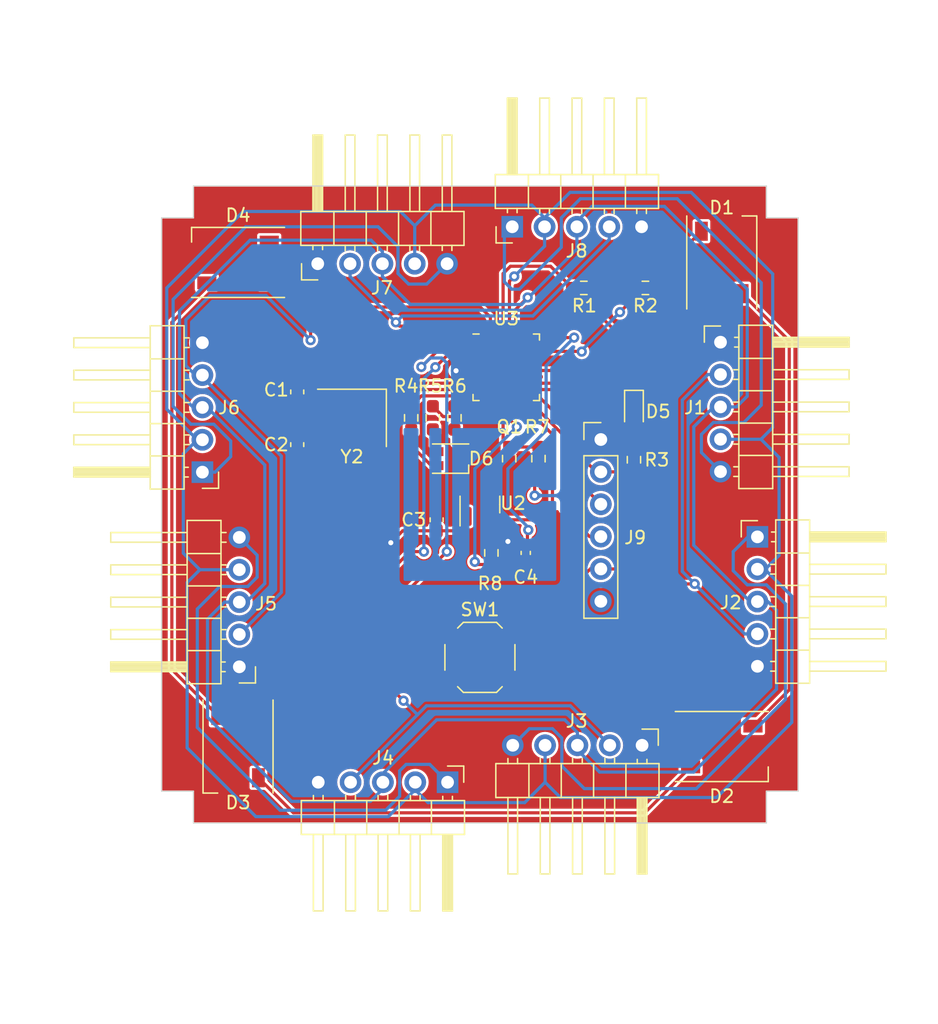
<source format=kicad_pcb>
(kicad_pcb (version 20221018) (generator pcbnew)
  (layers (0 "F.Cu" signal) (31 "B.Cu" signal) (34 "B.Paste" user) (35 "F.Paste" user) (36 "B.SilkS" user "B.Silkscreen") (37 "F.SilkS" user "F.Silkscreen") (38 "B.Mask" user) (39 "F.Mask" user) (44 "Edge.Cuts" user))
  (net 0 "")
  (net 1 "GND")
  (net 2 "Net-(D1-DIN)")
  (net 3 "+5V")
  (net 4 "Net-(D1-DOUT)")
  (net 5 "Net-(D2-DOUT)")
  (net 6 "Net-(D3-DOUT)")
  (net 8 "/SDA")
  (net 9 "/SCL")
  (net 10 "/SCK")
  (net 11 "/MISO")
  (net 12 "/MOSI")
  (net 13 "/RESET")
  (net 14 "/DIN")
  (net 15 "/MAG")
  (net 16 "/DETEC0")
  (net 17 "/DETEC1")
  (net 18 "/DETEC2")
  (net 19 "/DETEC3")
  (net 20 "Net-(D5-A)")
  (net 21 "Net-(U3-XTAL1{slash}PB6)")
  (net 22 "Net-(U3-XTAL2{slash}PB7)")
  (net 28 "Net-(D6-RK)")
  (net 29 "Net-(D6-GK)")
  (net 30 "Net-(D6-BK)")
  (net 31 "/COLOR_SENSOR")
  (net 32 "/EMIT0")
  (net 33 "/EMIT1")
  (net 34 "/EMIT2")
  (net 35 "/TOUCH_SNSK")
  (net 36 "/TOUCH_SNS")
  (net 37 "/TOUCH_ELECTRODE")
  (footprint "LED_SMD:LED_SK6812_PLCC4_5.0x5.0mm_P3.2mm" (layer "F.Cu") (at 81 81 180)
    (fp_text reference "D4")
    (fp_text value "SK6812")
  )
  (footprint "Resistor_SMD:R_0603_1608Metric_Pad0.98x0.95mm_HandSolder" (layer "F.Cu") (at 108.1625 83)
    (fp_text reference "R1")
    (fp_text value "10kOhm")
  )
  (footprint "Connector_PinHeader_2.54mm:PinHeader_1x05_P2.54mm_Horizontal" (layer "F.Cu") (at 97.46 121.8 -90)
    (fp_text reference "J4")
    (fp_text value "Conn_01x05_Pin")
  )
  (footprint "Capacitor_SMD:C_0402_1005Metric_Pad0.74x0.62mm_HandSolder" (layer "F.Cu") (at 103.6 103.8 90)
    (fp_text reference "C4")
    (fp_text value "C")
  )
  (footprint "Package_TO_SOT_SMD:SOT-23" (layer "F.Cu") (at 100 100 90)
    (fp_text reference "U2")
    (fp_text value "DRV5055A2xDBZxQ1")
  )
  (footprint "Resistor_SMD:R_0603_1608Metric_Pad0.98x0.95mm_HandSolder" (layer "F.Cu") (at 104.6 96.4 90)
    (fp_text reference "R7")
    (fp_text value "R")
  )
  (footprint "Connector_PinHeader_2.54mm:PinHeader_1x06_P2.54mm_Vertical" (layer "F.Cu") (at 109.5 94.9)
    (fp_text reference "J9")
    (fp_text value "Conn_01x06_Pin")
  )
  (footprint "LED_SMD:LED_WS2812B-2020_PLCC4_2.0x2.0mm" (layer "F.Cu") (at 97.7 96.4 180)
    (fp_text reference "D6")
    (fp_text value "LED_ARGB")
  )
  (footprint "Resistor_SMD:R_0603_1608Metric_Pad0.98x0.95mm_HandSolder" (layer "F.Cu") (at 96.3 93.2 -90)
    (fp_text reference "R5")
    (fp_text value "R")
  )
  (footprint "LED_SMD:LED_SK6812_PLCC4_5.0x5.0mm_P3.2mm" (layer "F.Cu") (at 119 81 90)
    (fp_text reference "D1")
    (fp_text value "SK6812")
  )
  (footprint "Resistor_SMD:R_0603_1608Metric_Pad0.98x0.95mm_HandSolder" (layer "F.Cu") (at 102.3 96.4 90)
    (fp_text reference "Q1")
    (fp_text value "Q_Photo_NPN_EC")
  )
  (footprint "Button_Switch_SMD:SW_Push_1P1T_XKB_TS-1187A" (layer "F.Cu") (at 100 112)
    (fp_text reference "SW1")
    (fp_text value "SW_DIP_x01")
  )
  (footprint "Capacitor_SMD:C_0603_1608Metric_Pad1.08x0.95mm_HandSolder" (layer "F.Cu") (at 96.6 101.2 90)
    (fp_text reference "C3")
    (fp_text value "12pf")
  )
  (footprint "Connector_PinHeader_2.54mm:PinHeader_1x05_P2.54mm_Horizontal" (layer "F.Cu") (at 102.54 78.2 90)
    (fp_text reference "J8")
    (fp_text value "Conn_01x05_Pin")
  )
  (footprint "Package_DFN_QFN:QFN-32-1EP_5x5mm_P0.5mm_EP3.1x3.1mm" (layer "F.Cu") (at 102.07 89.23)
    (fp_text reference "U3")
    (fp_text value "ATmega328-M")
  )
  (footprint "Capacitor_SMD:C_0603_1608Metric_Pad1.08x0.95mm_HandSolder" (layer "F.Cu") (at 85.65 91.1625 -90)
    (fp_text reference "C1")
    (fp_text value "12pf")
  )
  (footprint "Crystal:Crystal_SMD_3225-4Pin_3.2x2.5mm_HandSoldering" (layer "F.Cu") (at 89.95 93.2 180)
    (fp_text reference "Y2")
    (fp_text value "Crystal_GND24")
  )
  (footprint "Connector_PinHeader_2.54mm:PinHeader_1x05_P2.54mm_Horizontal" (layer "F.Cu") (at 121.8 102.54)
    (fp_text reference "J2")
    (fp_text value "Conn_01x05_Pin")
  )
  (footprint "Connector_PinHeader_2.54mm:PinHeader_1x05_P2.54mm_Horizontal" (layer "F.Cu") (at 81.1 112.74 180)
    (fp_text reference "J5")
    (fp_text value "Conn_01x05_Pin")
  )
  (footprint "Resistor_SMD:R_0603_1608Metric_Pad0.98x0.95mm_HandSolder" (layer "F.Cu") (at 113 83)
    (fp_text reference "R2")
    (fp_text value "R")
  )
  (footprint "LED_SMD:LED_0603_1608Metric_Pad1.05x0.95mm_HandSolder" (layer "F.Cu") (at 112.1 92.7 -90)
    (fp_text reference "D5")
    (fp_text value "LED")
  )
  (footprint "LED_SMD:LED_SK6812_PLCC4_5.0x5.0mm_P3.2mm" (layer "F.Cu") (at 119 119)
    (fp_text reference "D2")
    (fp_text value "SK6812")
  )
  (footprint "Resistor_SMD:R_0603_1608Metric_Pad0.98x0.95mm_HandSolder" (layer "F.Cu") (at 98 93.2 -90)
    (fp_text reference "R6")
    (fp_text value "R")
  )
  (footprint "LED_SMD:LED_SK6812_PLCC4_5.0x5.0mm_P3.2mm" (layer "F.Cu") (at 81 119 -90)
    (fp_text reference "D3")
    (fp_text value "SK6812")
  )
  (footprint "Connector_PinHeader_2.54mm:PinHeader_1x05_P2.54mm_Horizontal" (layer "F.Cu") (at 118.9 87.26)
    (fp_text reference "J1")
    (fp_text value "Conn_01x05_Pin")
  )
  (footprint "Connector_PinHeader_2.54mm:PinHeader_1x05_P2.54mm_Horizontal" (layer "F.Cu") (at 78.2 97.46 180)
    (fp_text reference "J6")
    (fp_text value "Conn_01x05_Pin")
  )
  (footprint "Resistor_SMD:R_0603_1608Metric_Pad0.98x0.95mm_HandSolder" (layer "F.Cu") (at 100.9 103.8 90)
    (fp_text reference "R8")
    (fp_text value "R")
  )
  (footprint "Connector_PinHeader_2.54mm:PinHeader_1x05_P2.54mm_Horizontal" (layer "F.Cu") (at 87.26 81.1 90)
    (fp_text reference "J7")
    (fp_text value "Conn_01x05_Pin")
  )
  (footprint "Connector_PinHeader_2.54mm:PinHeader_1x05_P2.54mm_Horizontal" (layer "F.Cu") (at 112.74 118.9 -90)
    (fp_text reference "J3")
    (fp_text value "Conn_01x05_Pin")
  )
  (footprint "Resistor_SMD:R_0603_1608Metric_Pad0.98x0.95mm_HandSolder" (layer "F.Cu") (at 94.6 93.2 90)
    (fp_text reference "R4")
    (fp_text value "R")
  )
  (footprint "Capacitor_SMD:C_0603_1608Metric_Pad1.08x0.95mm_HandSolder" (layer "F.Cu") (at 85.65 95.3 90)
    (fp_text reference "C2")
    (fp_text value "12pf")
  )
  (footprint "Resistor_SMD:R_0603_1608Metric_Pad0.98x0.95mm_HandSolder" (layer "F.Cu") (at 112.1 96.4875 90)
    (fp_text reference "R3")
    (fp_text value "150 Ohm")
  )
  (gr_line (start 77.5 122.5) (end 77.5 125) (stroke (width 0.1)) (layer "Edge.Cuts"))
  (gr_line (start 122.5 77.5) (end 125 77.5) (stroke (width 0.1)) (layer "Edge.Cuts"))
  (gr_line (start 75 77.5) (end 75 122.5) (stroke (width 0.1)) (layer "Edge.Cuts"))
  (gr_line (start 122.5 122.5) (end 122.5 125) (stroke (width 0.1)) (layer "Edge.Cuts"))
  (gr_line (start 125 122.5) (end 122.5 122.5) (stroke (width 0.1)) (layer "Edge.Cuts"))
  (gr_line (start 125 77.5) (end 125 122.5) (stroke (width 0.1)) (layer "Edge.Cuts"))
  (gr_line (start 75 122.5) (end 77.5 122.5) (stroke (width 0.1)) (layer "Edge.Cuts"))
  (gr_line (start 75 77.5) (end 77.5 77.5) (stroke (width 0.1)) (layer "Edge.Cuts"))
  (gr_line (start 77.5 125) (end 122.5 125) (stroke (width 0.1)) (layer "Edge.Cuts"))
  (gr_line (start 122.5 75) (end 122.5 77.5) (stroke (width 0.1)) (layer "Edge.Cuts"))
  (gr_line (start 122.5 75) (end 77.5 75) (stroke (width 0.1)) (layer "Edge.Cuts"))
  (gr_line (start 77.5 77.5) (end 77.5 75) (stroke (width 0.1)) (layer "Edge.Cuts"))
  (segment (start 85.65 94.4375) (end 85.7125 94.5) (width 0.25) (layer "F.Cu") (net 1))
  (segment (start 91 94.35) (end 91.4 94.35) (width 0.25) (layer "F.Cu") (net 1))
  (segment (start 88.7 92.05) (end 91 94.35) (width 0.25) (layer "F.Cu") (net 1))
  (segment (start 88.5 92.05) (end 88.7 92.05) (width 0.25) (layer "F.Cu") (net 1))
  (segment (start 93.565 79.765) (end 92 78.2) (width 0.25) (layer "B.Cu") (net 1))
  (segment (start 122.1 92.2) (end 122.1 82.6) (width 0.25) (layer "B.Cu") (net 1))
  (segment (start 108.2 122.3) (end 117 122.3) (width 0.25) (layer "B.Cu") (net 1))
  (segment (start 107.893794 76) (end 106.395 77.498794) (width 0.25) (layer "B.Cu") (net 1))
  (segment (start 82.5 105.7) (end 81.765 106.435) (width 0.25) (layer "B.Cu") (net 1))
  (segment (start 81.1 102.58) (end 82.5 103.98) (width 0.25) (layer "B.Cu") (net 1))
  (segment (start 96.06 120.4) (end 97.46 121.8) (width 0.25) (layer "B.Cu") (net 1))
  (segment (start 120.735 93.565) (end 122.1 92.2) (width 0.25) (layer "B.Cu") (net 1))
  (segment (start 106.435 120.535) (end 108.2 122.3) (width 0.25) (layer "B.Cu") (net 1))
  (segment (start 92.592894 124) (end 93.695 122.897894) (width 0.25) (layer "B.Cu") (net 1))
  (segment (start 124 107.8) (end 122.505 106.305) (width 0.25) (layer "B.Cu") (net 1))
  (segment (start 101.922655 82.522655) (end 101.922655 78.817345) (width 0.25) (layer "B.Cu") (net 1))
  (segment (start 122.1 82.6) (end 115.5 76) (width 0.25) (layer "B.Cu") (net 1))
  (segment (start 103.1 83.1) (end 102.5 83.1) (width 0.25) (layer "B.Cu") (net 1))
  (segment (start 75.9 92.3) (end 77.295 93.695) (width 0.25) (layer "B.Cu") (net 1))
  (segment (start 106.395 79.805) (end 103.1 83.1) (width 0.25) (layer "B.Cu") (net 1))
  (segment (start 115.5 76) (end 107.893794 76) (width 0.25) (layer "B.Cu") (net 1))
  (segment (start 97.42 81.1) (end 95.82 82.7) (width 0.25) (layer "B.Cu") (net 1))
  (segment (start 119.9 103.7) (end 121.06 102.54) (width 0.25) (layer "B.Cu") (net 1))
  (segment (start 84.3 124) (end 92.592894 124) (width 0.25) (layer "B.Cu") (net 1))
  (segment (start 117.4 95.92) (end 117.4 94.5) (width 0.25) (layer "B.Cu") (net 1))
  (segment (start 80.425 96.235) (end 79.2 97.46) (width 0.25) (layer "B.Cu") (net 1))
  (segment (start 102.58 118.9) (end 103.88 117.6) (width 0.25) (layer "B.Cu") (net 1))
  (segment (start 103.88 117.6) (end 105.7 117.6) (width 0.25) (layer "B.Cu") (net 1))
  (segment (start 82.5 103.98) (end 82.5 105.7) (width 0.25) (layer "B.Cu") (net 1))
  (segment (start 93.565 81.865) (end 93.565 79.765) (width 0.25) (layer "B.Cu") (net 1))
  (segment (start 93.695 122.897894) (end 93.695 120.905) (width 0.25) (layer "B.Cu") (net 1))
  (segment (start 118.9 97.42) (end 117.4 95.92) (width 0.25) (layer "B.Cu") (net 1))
  (segment (start 94.4 82.7) (end 93.565 81.865) (width 0.25) (layer "B.Cu") (net 1))
  (segment (start 102.5 83.1) (end 101.922655 82.522655) (width 0.25) (layer "B.Cu") (net 1))
  (segment (start 77.295 93.695) (end 79.095 93.695) (width 0.25) (layer "B.Cu") (net 1))
  (segment (start 117 122.3) (end 124 115.3) (width 0.25) (layer "B.Cu") (net 1))
  (segment (start 77.8 117.5) (end 84.3 124) (width 0.25) (layer "B.Cu") (net 1))
  (segment (start 105.7 117.6) (end 106.435 118.335) (width 0.25) (layer "B.Cu") (net 1))
  (segment (start 79.2 97.46) (end 78.2 97.46) (width 0.25) (layer "B.Cu") (net 1))
  (segment (start 94.2 120.4) (end 96.06 120.4) (width 0.25) (layer "B.Cu") (net 1))
  (segment (start 81.6 78.2) (end 75.9 83.9) (width 0.25) (layer "B.Cu") (net 1))
  (segment (start 106.435 118.335) (end 106.435 120.535) (width 0.25) (layer "B.Cu") (net 1))
  (segment (start 93.695 120.905) (end 94.2 120.4) (width 0.25) (layer "B.Cu") (net 1))
  (segment (start 81.765 106.435) (end 79.565 106.435) (width 0.25) (layer "B.Cu") (net 1))
  (segment (start 95.82 82.7) (end 94.4 82.7) (width 0.25) (layer "B.Cu") (net 1))
  (segment (start 124 115.3) (end 124 107.8) (width 0.25) (layer "B.Cu") (net 1))
  (segment (start 79.095 93.695) (end 80.425 95.025) (width 0.25) (layer "B.Cu") (net 1))
  (segment (start 119.9 105.2) (end 119.9 103.7) (width 0.25) (layer "B.Cu") (net 1))
  (segment (start 77.8 108.2) (end 77.8 117.5) (width 0.25) (layer "B.Cu") (net 1))
  (segment (start 80.425 95.025) (end 80.425 96.235) (width 0.25) (layer "B.Cu") (net 1))
  (segment (start 101.922655 78.817345) (end 102.54 78.2) (width 0.25) (layer "B.Cu") (net 1))
  (segment (start 118.335 93.565) (end 120.735 93.565) (width 0.25) (layer "B.Cu") (net 1))
  (segment (start 121.06 102.54) (end 121.8 102.54) (width 0.25) (layer "B.Cu") (net 1))
  (segment (start 92 78.2) (end 81.6 78.2) (width 0.25) (layer "B.Cu") (net 1))
  (segment (start 106.395 77.498794) (end 106.395 79.805) (width 0.25) (layer "B.Cu") (net 1))
  (segment (start 122.505 106.305) (end 121.005 106.305) (width 0.25) (layer "B.Cu") (net 1))
  (segment (start 75.9 83.9) (end 75.9 92.3) (width 0.25) (layer "B.Cu") (net 1))
  (segment (start 117.4 94.5) (end 118.335 93.565) (width 0.25) (layer "B.Cu") (net 1))
  (segment (start 121.005 106.305) (end 119.9 105.2) (width 0.25) (layer "B.Cu") (net 1))
  (segment (start 79.565 106.435) (end 77.8 108.2) (width 0.25) (layer "B.Cu") (net 1))
  (segment (start 113.9125 83) (end 113.9125 82.0375) (width 0.25) (layer "F.Cu") (net 2))
  (segment (start 113.9125 82.0375) (end 117.4 78.55) (width 0.25) (layer "F.Cu") (net 2))
  (segment (start 109.3 83) (end 109.075 83) (width 0.5) (layer "F.Cu") (net 3))
  (segment (start 82.6 114.24) (end 81.1 112.74) (width 0.25) (layer "F.Cu") (net 3))
  (segment (start 106.98 89.48) (end 104.5075 89.48) (width 0.25) (layer "F.Cu") (net 3))
  (segment (start 117.4 83.45) (end 117.4 85.76) (width 0.25) (layer "F.Cu") (net 3))
  (segment (start 104.5075 90.48) (end 106.92 90.48) (width 0.25) (layer "F.Cu") (net 3))
  (segment (start 93.9375 102.0625) (end 96.6 102.0625) (width 0.25) (layer "F.Cu") (net 3))
  (segment (start 106.92 90.48) (end 107.4 90) (width 0.25) (layer "F.Cu") (net 3))
  (segment (start 107.4 89.9) (end 106.98 89.48) (width 0.25) (layer "F.Cu") (net 3))
  (segment (start 117.4 85.76) (end 118.9 87.26) (width 0.25) (layer "F.Cu") (net 3))
  (segment (start 116.55 117.4) (end 114.24 117.4) (width 0.25) (layer "F.Cu") (net 3))
  (segment (start 107.4 90) (end 107.4 89.9) (width 0.25) (layer "F.Cu") (net 3))
  (segment (start 99.146992 88.98) (end 98.626992 89.5) (width 0.25) (layer "F.Cu") (net 3))
  (segment (start 109.5 92) (end 107.4 89.9) (width 0.25) (layer "F.Cu") (net 3))
  (segment (start 99.6325 89.98) (end 99.106992 89.98) (width 0.25) (layer "F.Cu") (net 3))
  (segment (start 86.76 82.6) (end 87.26 82.1) (width 0.25) (layer "F.Cu") (net 3))
  (segment (start 99.6325 88.98) (end 99.146992 88.98) (width 0.25) (layer "F.Cu") (net 3))
  (segment (start 93 103) (end 93.9375 102.0625) (width 0.25) (layer "F.Cu") (net 3))
  (segment (start 83.45 82.6) (end 86.76 82.6) (width 0.25) (layer "F.Cu") (net 3))
  (segment (start 98.626992 89.5) (end 98.1245 89.5) (width 0.25) (layer "F.Cu") (net 3))
  (segment (start 112.7 79.6) (end 109.3 83) (width 0.25) (layer "F.Cu") (net 3))
  (segment (start 97.925 102.0625) (end 99.05 100.9375) (width 0.25) (layer "F.Cu") (net 3))
  (segment (start 87.26 82.1) (end 87.26 81.1) (width 0.25) (layer "F.Cu") (net 3))
  (segment (start 98.615 100.5025) (end 99.05 100.9375) (width 0.25) (layer "F.Cu") (net 3))
  (segment (start 104.6 97.3125) (end 104.3 97.6125) (width 0.25) (layer "F.Cu") (net 3))
  (segment (start 112.7 79.6) (end 112.7 78.2) (width 0.25) (layer "F.Cu") (net 3))
  (segment (start 96.6 102.0625) (end 97.925 102.0625) (width 0.25) (layer "F.Cu") (net 3))
  (segment (start 99.106992 89.98) (end 98.626992 89.5) (width 0.25) (layer "F.Cu") (net 3))
  (segment (start 104.3 97.6125) (end 104.3 99.3) (width 0.25) (layer "F.Cu") (net 3))
  (segment (start 82.6 116.55) (end 82.6 114.24) (width 0.25) (layer "F.Cu") (net 3))
  (segment (start 98.615 96.95) (end 98.615 100.5025) (width 0.25) (layer "F.Cu") (net 3))
  (segment (start 114.24 117.4) (end 112.74 118.9) (width 0.25) (layer "F.Cu") (net 3))
  (segment (start 109.5 92) (end 109.5 94.9) (width 0.25) (layer "F.Cu") (net 3))
  (via (at 104.3 99.3) (size 0.8) (drill 0.4) (layers "F.Cu" "B.Cu") (net 3))
  (via (at 98.1245 89.5) (size 0.8) (drill 0.4) (layers "F.Cu" "B.Cu") (net 3))
  (via (at 93 103) (size 0.8) (drill 0.4) (layers "F.Cu" "B.Cu") (net 3))
  (segment (start 104.3 99.3) (end 106.4 99.3) (width 0.25) (layer "B.Cu") (net 3))
  (segment (start 124.3 87.15) (end 120.6 83.45) (width 0.25) (layer "F.Cu") (net 4))
  (segment (start 121.45 117.4) (end 124.3 114.55) (width 0.25) (layer "F.Cu") (net 4))
  (segment (start 124.3 114.55) (end 124.3 87.15) (width 0.25) (layer "F.Cu") (net 4))
  (segment (start 82.6 121.45) (end 85.35 124.2) (width 0.25) (layer "F.Cu") (net 5))
  (segment (start 112.95 124.2) (end 116.55 120.6) (width 0.25) (layer "F.Cu") (net 5))
  (segment (start 85.35 124.2) (end 112.95 124.2) (width 0.25) (layer "F.Cu") (net 5))
  (segment (start 75.8 85.7) (end 75.8 112.95) (width 0.25) (layer "F.Cu") (net 6))
  (segment (start 78.55 82.95) (end 75.8 85.7) (width 0.25) (layer "F.Cu") (net 6))
  (segment (start 78.55 82.6) (end 78.55 82.95) (width 0.25) (layer "F.Cu") (net 6))
  (segment (start 75.8 112.95) (end 79.4 116.55) (width 0.25) (layer "F.Cu") (net 6))
  (segment (start 102.82 84.68) (end 103.75 83.75) (width 0.25) (layer "F.Cu") (net 8))
  (segment (start 102.82 86.7925) (end 102.82 84.68) (width 0.25) (layer "F.Cu") (net 8))
  (via (at 103.75 83.75) (size 0.8) (drill 0.4) (layers "F.Cu" "B.Cu") (net 8))
  (segment (start 83.1 96.9) (end 83.1 106.2) (width 0.25) (layer "B.Cu") (net 8))
  (segment (start 116.8 121) (end 123.3 114.5) (width 0.25) (layer "B.Cu") (net 8))
  (segment (start 92.38 122.32) (end 92.38 121.12) (width 0.25) (layer "B.Cu") (net 8))
  (segment (start 107.66 119.26) (end 109.4 121) (width 0.25) (layer "B.Cu") (net 8))
  (segment (start 78.58 92.38) (end 83.1 96.9) (width 0.25) (layer "B.Cu") (net 8))
  (segment (start 92.34 82.1) (end 92.34 80.14) (width 0.25) (layer "B.Cu") (net 8))
  (segment (start 121.22 107.62) (end 116.8 103.2) (width 0.25) (layer "B.Cu") (net 8))
  (segment (start 116.8 93.9) (end 118.36 92.34) (width 0.25) (layer "B.Cu") (net 8))
  (segment (start 123.3 114.5) (end 123.3 108.3) (width 0.25) (layer "B.Cu") (net 8))
  (segment (start 85.2 123.3) (end 91.4 123.3) (width 0.25) (layer "B.Cu") (net 8))
  (segment (start 120.16 92.34) (end 121 91.5) (width 0.25) (layer "B.Cu") (net 8))
  (segment (start 83.1 106.2) (end 81.64 107.66) (width 0.25) (layer "B.Cu") (net 8))
  (segment (start 77.48 92.38) (end 78.58 92.38) (width 0.25) (layer "B.Cu") (net 8))
  (segment (start 122.62 107.62) (end 121.22 107.62) (width 0.25) (layer "B.Cu") (net 8))
  (segment (start 123.3 108.3) (end 122.62 107.62) (width 0.25) (layer "B.Cu") (net 8))
  (segment (start 118.36 92.34) (end 120.16 92.34) (width 0.25) (layer "B.Cu") (net 8))
  (segment (start 81.1 107.66) (end 79.94 107.66) (width 0.25) (layer "B.Cu") (net 8))
  (segment (start 76.4 91.3) (end 77.48 92.38) (width 0.25) (layer "B.Cu") (net 8))
  (segment (start 108.8 76.6) (end 107.62 77.78) (width 0.25) (layer "B.Cu") (net 8))
  (segment (start 103.823147 83.75) (end 103.75 83.75) (width 0.25) (layer "B.Cu") (net 8))
  (segment (start 107.62 77.78) (end 107.62 79.953147) (width 0.25) (layer "B.Cu") (net 8))
  (segment (start 103.273147 84.3) (end 94.54 84.3) (width 0.25) (layer "B.Cu") (net 8))
  (segment (start 92.34 80.14) (end 91.449999 79.249999) (width 0.25) (layer "B.Cu") (net 8))
  (segment (start 76.4 84.8) (end 76.4 91.3) (width 0.25) (layer "B.Cu") (net 8))
  (segment (start 121 91.5) (end 121 83.1) (width 0.25) (layer "B.Cu") (net 8))
  (segment (start 116.8 103.2) (end 116.8 93.9) (width 0.25) (layer "B.Cu") (net 8))
  (segment (start 107.66 117.9) (end 107.66 119.26) (width 0.25) (layer "B.Cu") (net 8))
  (segment (start 106.66 116.9) (end 107.66 117.9) (width 0.25) (layer "B.Cu") (net 8))
  (segment (start 114.5 76.6) (end 108.8 76.6) (width 0.25) (layer "B.Cu") (net 8))
  (segment (start 94.54 84.3) (end 92.34 82.1) (width 0.25) (layer "B.Cu") (net 8))
  (segment (start 109.4 121) (end 116.8 121) (width 0.25) (layer "B.Cu") (net 8))
  (segment (start 103.75 83.75) (end 103.75 83.823147) (width 0.25) (layer "B.Cu") (net 8))
  (segment (start 92.38 121.12) (end 96.6 116.9) (width 0.25) (layer "B.Cu") (net 8))
  (segment (start 91.449999 79.249999) (end 81.950001 79.249999) (width 0.25) (layer "B.Cu") (net 8))
  (segment (start 78.6 116.7) (end 85.2 123.3) (width 0.25) (layer "B.Cu") (net 8))
  (segment (start 79.94 107.66) (end 78.6 109) (width 0.25) (layer "B.Cu") (net 8))
  (segment (start 81.950001 79.249999) (end 76.4 84.8) (width 0.25) (layer "B.Cu") (net 8))
  (segment (start 91.4 123.3) (end 92.38 122.32) (width 0.25) (layer "B.Cu") (net 8))
  (segment (start 107.62 79.953147) (end 103.823147 83.75) (width 0.25) (layer "B.Cu") (net 8))
  (segment (start 78.6 109) (end 78.6 116.7) (width 0.25) (layer "B.Cu") (net 8))
  (segment (start 81.64 107.66) (end 81.1 107.66) (width 0.25) (layer "B.Cu") (net 8))
  (segment (start 103.75 83.823147) (end 103.273147 84.3) (width 0.25) (layer "B.Cu") (net 8))
  (segment (start 96.6 116.9) (end 106.66 116.9) (width 0.25) (layer "B.Cu") (net 8))
  (segment (start 121 83.1) (end 114.5 76.6) (width 0.25) (layer "B.Cu") (net 8))
  (segment (start 102.32 82.47531) (end 102.697655 82.097655) (width 0.25) (layer "F.Cu") (net 9))
  (segment (start 102.32 86.7925) (end 102.32 82.47531) (width 0.25) (layer "F.Cu") (net 9))
  (via (at 102.697655 82.097655) (size 0.8) (drill 0.4) (layers "F.Cu" "B.Cu") (net 9))
  (segment (start 75.4 92.52) (end 75.4 83) (width 0.25) (layer "B.Cu") (net 9))
  (segment (start 123.5 96.3) (end 123.5 104) (width 0.25) (layer "B.Cu") (net 9))
  (segment (start 122.4 105.1) (end 121.82 105.1) (width 0.25) (layer "B.Cu") (net 9))
  (segment (start 116.6 75.5) (end 107.08 75.5) (width 0.25) (layer "B.Cu") (net 9))
  (segment (start 94.88 78.12) (end 94.88 81.1) (width 0.25) (layer "B.Cu") (net 9))
  (segment (start 92.8 124.5) (end 94.92 122.38) (width 0.25) (layer "B.Cu") (net 9))
  (segment (start 103.52 123.4) (end 105.12 121.8) (width 0.25) (layer "B.Cu") (net 9))
  (segment (start 77 106.12) (end 77 119.1) (width 0.25) (layer "B.Cu") (net 9))
  (segment (start 124.5 107.2) (end 122.4 105.1) (width 0.25) (layer "B.Cu") (net 9))
  (segment (start 94.92 122.4) (end 95.92 123.4) (width 0.25) (layer "B.Cu") (net 9))
  (segment (start 105.08 77.5) (end 104.08 76.5) (width 0.25) (layer "B.Cu") (net 9))
  (segment (start 105.12 118.9) (end 105.12 121.8) (width 0.25) (layer "B.Cu") (net 9))
  (segment (start 77 119.1) (end 82.4 124.5) (width 0.25) (layer "B.Cu") (net 9))
  (segment (start 76.7 103.82) (end 76.7 96.02) (width 0.25) (layer "B.Cu") (net 9))
  (segment (start 123 81.9) (end 116.6 75.5) (width 0.25) (layer "B.Cu") (net 9))
  (segment (start 123.5 104) (end 122.4 105.1) (width 0.25) (layer "B.Cu") (net 9))
  (segment (start 121.82 105.1) (end 121.8 105.08) (width 0.25) (layer "B.Cu") (net 9))
  (segment (start 77.8 94.92) (end 75.4 92.52) (width 0.25) (layer "B.Cu") (net 9))
  (segment (start 118.9 94.88) (end 122.08 94.88) (width 0.25) (layer "B.Cu") (net 9))
  (segment (start 106.32 123) (end 118.6 123) (width 0.25) (layer "B.Cu") (net 9))
  (segment (start 81.1 105.12) (end 78 105.12) (width 0.25) (layer "B.Cu") (net 9))
  (segment (start 105.12 121.8) (end 106.32 123) (width 0.25) (layer "B.Cu") (net 9))
  (segment (start 105.08 77.5) (end 105.08 79.72) (width 0.25) (layer "B.Cu") (net 9))
  (segment (start 118.6 123) (end 124.5 117.1) (width 0.25) (layer "B.Cu") (net 9))
  (segment (start 122.08 94.88) (end 123 93.96) (width 0.25) (layer "B.Cu") (net 9))
  (segment (start 96.5 76.5) (end 94.88 78.12) (width 0.25) (layer "B.Cu") (net 9))
  (segment (start 123 93.96) (end 123 81.9) (width 0.25) (layer "B.Cu") (net 9))
  (segment (start 75.4 83) (end 81.4 77) (width 0.25) (layer "B.Cu") (net 9))
  (segment (start 105.08 79.72) (end 102.702345 82.097655) (width 0.25) (layer "B.Cu") (net 9))
  (segment (start 102.702345 82.097655) (end 102.697655 82.097655) (width 0.25) (layer "B.Cu") (net 9))
  (segment (start 78 105.12) (end 77 106.12) (width 0.25) (layer "B.Cu") (net 9))
  (segment (start 82.4 124.5) (end 92.8 124.5) (width 0.25) (layer "B.Cu") (net 9))
  (segment (start 95.92 123.4) (end 103.52 123.4) (width 0.25) (layer "B.Cu") (net 9))
  (segment (start 78 105.12) (end 76.7 103.82) (width 0.25) (layer "B.Cu") (net 9))
  (segment (start 76.7 96.02) (end 77.8 94.92) (width 0.25) (layer "B.Cu") (net 9))
  (segment (start 124.5 117.1) (end 124.5 107.2) (width 0.25) (layer "B.Cu") (net 9))
  (segment (start 93.76 77) (end 94.88 78.12) (width 0.25) (layer "B.Cu") (net 9))
  (segment (start 107.08 75.5) (end 105.08 77.5) (width 0.25) (layer "B.Cu") (net 9))
  (segment (start 104.08 76.5) (end 96.5 76.5) (width 0.25) (layer "B.Cu") (net 9))
  (segment (start 81.4 77) (end 93.76 77) (width 0.25) (layer "B.Cu") (net 9))
  (segment (start 122.08 94.88) (end 123.5 96.3) (width 0.25) (layer "B.Cu") (net 9))
  (segment (start 107.8 93) (end 107.8 96.1) (width 0.25) (layer "F.Cu") (net 10))
  (segment (start 112.06 97.44) (end 109.5 97.44) (width 0.25) (layer "F.Cu") (net 10))
  (segment (start 104.5075 90.98) (end 105.78 90.98) (width 0.25) (layer "F.Cu") (net 10))
  (segment (start 107.8 96.1) (end 109.14 97.44) (width 0.25) (layer "F.Cu") (net 10))
  (segment (start 112.1 97.4) (end 112.06 97.44) (width 0.25) (layer "F.Cu") (net 10))
  (segment (start 105.78 90.98) (end 107.8 93) (width 0.25) (layer "F.Cu") (net 10))
  (segment (start 109.14 97.44) (end 110 97.44) (width 0.25) (layer "F.Cu") (net 10))
  (segment (start 107.2 94.1) (end 104.7675 91.6675) (width 0.25) (layer "F.Cu") (net 11))
  (segment (start 109.5 99.98) (end 107.2 97.68) (width 0.25) (layer "F.Cu") (net 11))
  (segment (start 107.2 97.68) (end 107.2 94.1) (width 0.25) (layer "F.Cu") (net 11))
  (segment (start 104.7675 91.6675) (end 103.82 91.6675) (width 0.25) (layer "F.Cu") (net 11))
  (segment (start 110 102.52) (end 108.62 102.52) (width 0.25) (layer "F.Cu") (net 12))
  (segment (start 104.818198 92.818198) (end 103.98519 92.818198) (width 0.25) (layer "F.Cu") (net 12))
  (segment (start 106.5 94.5) (end 104.818198 92.818198) (width 0.25) (layer "F.Cu") (net 12))
  (segment (start 103.98519 92.818198) (end 103.32 92.153008) (width 0.25) (layer "F.Cu") (net 12))
  (segment (start 103.32 92.153008) (end 103.32 91.6675) (width 0.25) (layer "F.Cu") (net 12))
  (segment (start 106.5 100.4) (end 106.5 94.5) (width 0.25) (layer "F.Cu") (net 12))
  (segment (start 108.62 102.52) (end 106.5 100.4) (width 0.25) (layer "F.Cu") (net 12))
  (segment (start 114.3 90.05) (end 114.3 103.6) (width 0.25) (layer "F.Cu") (net 13))
  (segment (start 108.67 105.06) (end 109.5 105.06) (width 0.25) (layer "F.Cu") (net 13))
  (segment (start 101.82 81.88) (end 102.4 81.3) (width 0.25) (layer "F.Cu") (net 13))
  (segment (start 105.55 81.3) (end 107.25 83) (width 0.25) (layer "F.Cu") (net 13))
  (segment (start 103.63 110.1) (end 97.025 110.1) (width 0.25) (layer "F.Cu") (net 13))
  (segment (start 112.84 105.06) (end 108.67 105.06) (width 0.25) (layer "F.Cu") (net 13))
  (segment (start 108.67 105.06) (end 103.63 110.1) (width 0.25) (layer "F.Cu") (net 13))
  (segment (start 107.25 83) (end 114.3 90.05) (width 0.25) (layer "F.Cu") (net 13))
  (segment (start 97.025 110.1) (end 97 110.125) (width 0.25) (layer "F.Cu") (net 13))
  (segment (start 102.4 81.3) (end 105.55 81.3) (width 0.25) (layer "F.Cu") (net 13))
  (segment (start 101.82 86.7925) (end 101.82 81.88) (width 0.25) (layer "F.Cu") (net 13))
  (segment (start 114.3 103.6) (end 112.84 105.06) (width 0.25) (layer "F.Cu") (net 13))
  (segment (start 104.5075 87.98) (end 107.98 87.98) (width 0.25) (layer "F.Cu") (net 14))
  (segment (start 111 84.9) (end 112.0875 83.8125) (width 0.25) (layer "F.Cu") (net 14))
  (segment (start 112.0875 83.8125) (end 112.0875 83) (width 0.25) (layer "F.Cu") (net 14))
  (segment (start 107.98 87.98) (end 108 88) (width 0.25) (layer "F.Cu") (net 14))
  (via (at 111 84.9) (size 0.8) (drill 0.4) (layers "F.Cu" "B.Cu") (net 14))
  (via (at 108 88) (size 0.8) (drill 0.4) (layers "F.Cu" "B.Cu") (net 14))
  (segment (start 111 84.9) (end 108 87.9) (width 0.25) (layer "B.Cu") (net 14))
  (segment (start 108 87.9) (end 108 88) (width 0.25) (layer "B.Cu") (net 14))
  (segment (start 102.82 92.52) (end 103.7 93.4) (width 0.25) (layer "F.Cu") (net 15))
  (segment (start 103.7 93.4) (end 104.6 93.4) (width 0.25) (layer "F.Cu") (net 15))
  (segment (start 105.7 94.5) (end 105.7 100.3) (width 0.25) (layer "F.Cu") (net 15))
  (segment (start 102.82 91.6675) (end 102.82 92.52) (width 0.25) (layer "F.Cu") (net 15))
  (segment (start 104.6 93.4) (end 105.7 94.5) (width 0.25) (layer "F.Cu") (net 15))
  (segment (start 105.7 100.3) (end 104.8 101.2) (width 0.25) (layer "F.Cu") (net 15))
  (segment (start 104.8 101.2) (end 100.95 101.2) (width 0.25) (layer "F.Cu") (net 15))
  (segment (start 95.4 89.2) (end 97.12 87.48) (width 0.25) (layer "F.Cu") (net 16))
  (segment (start 116.865 106.235) (end 108.665 106.235) (width 0.25) (layer "F.Cu") (net 16))
  (segment (start 107.6 109.1) (end 104.3 112.4) (width 0.25) (layer "F.Cu") (net 16))
  (segment (start 94.3 106.8) (end 97.4 103.7) (width 0.25) (layer "F.Cu") (net 16))
  (segment (start 104.3 112.4) (end 96.1 112.4) (width 0.25) (layer "F.Cu") (net 16))
  (segment (start 108.665 106.235) (end 107.6 107.3) (width 0.25) (layer "F.Cu") (net 16))
  (segment (start 94.3 110.6) (end 94.3 106.8) (width 0.25) (layer "F.Cu") (net 16))
  (segment (start 116.87 106.23) (end 116.865 106.235) (width 0.25) (layer "F.Cu") (net 16))
  (segment (start 96.1 112.4) (end 94.3 110.6) (width 0.25) (layer "F.Cu") (net 16))
  (segment (start 107.6 107.3) (end 107.6 109.1) (width 0.25) (layer "F.Cu") (net 16))
  (segment (start 97.12 87.48) (end 99.6325 87.48) (width 0.25) (layer "F.Cu") (net 16))
  (via (at 97.4 103.7) (size 0.8) (drill 0.4) (layers "F.Cu" "B.Cu") (net 16))
  (via (at 116.87 106.23) (size 0.8) (drill 0.4) (layers "F.Cu" "B.Cu") (net 16))
  (via (at 95.4 89.2) (size 0.8) (drill 0.4) (layers "F.Cu" "B.Cu") (net 16))
  (segment (start 115.9 105.26) (end 115.9 91.8) (width 0.25) (layer "B.Cu") (net 16))
  (segment (start 120.8 110.16) (end 115.9 105.26) (width 0.25) (layer "B.Cu") (net 16))
  (segment (start 95.4 89.2) (end 96.1 88.5) (width 0.25) (layer "B.Cu") (net 16))
  (segment (start 97 88.5) (end 97.4 88.9) (width 0.25) (layer "B.Cu") (net 16))
  (segment (start 115.9 91.8) (end 117.9 89.8) (width 0.25) (layer "B.Cu") (net 16))
  (segment (start 117.9 89.8) (end 118.9 89.8) (width 0.25) (layer "B.Cu") (net 16))
  (segment (start 121.8 110.16) (end 120.8 110.16) (width 0.25) (layer "B.Cu") (net 16))
  (segment (start 97.4 88.9) (end 97.4 103.7) (width 0.25) (layer "B.Cu") (net 16))
  (segment (start 96.1 88.5) (end 97 88.5) (width 0.25) (layer "B.Cu") (net 16))
  (segment (start 92 113.4) (end 92 106.2) (width 0.25) (layer "F.Cu") (net 17))
  (segment (start 94.5 103.7) (end 95.6 103.7) (width 0.25) (layer "F.Cu") (net 17))
  (segment (start 92 106.2) (end 94.5 103.7) (width 0.25) (layer "F.Cu") (net 17))
  (segment (start 96.5 89.2245) (end 97.7445 87.98) (width 0.25) (layer "F.Cu") (net 17))
  (segment (start 94 115.4) (end 92 113.4) (width 0.25) (layer "F.Cu") (net 17))
  (segment (start 97.7445 87.98) (end 99.6325 87.98) (width 0.25) (layer "F.Cu") (net 17))
  (via (at 95.6 103.7) (size 0.8) (drill 0.4) (layers "F.Cu" "B.Cu") (net 17))
  (via (at 96.5 89.2245) (size 0.8) (drill 0.4) (layers "F.Cu" "B.Cu") (net 17))
  (via (at 94 115.4) (size 0.8) (drill 0.4) (layers "F.Cu" "B.Cu") (net 17))
  (segment (start 95.1 116.5) (end 89.84 121.76) (width 0.25) (layer "B.Cu") (net 17))
  (segment (start 95.6 90.1245) (end 95.6 103.7) (width 0.25) (layer "B.Cu") (net 17))
  (segment (start 96.5 89.2245) (end 95.6 90.1245) (width 0.25) (layer "B.Cu") (net 17))
  (segment (start 95.8 115.8) (end 95.1 116.5) (width 0.25) (layer "B.Cu") (net 17))
  (segment (start 94 115.4) (end 95.1 116.5) (width 0.25) (layer "B.Cu") (net 17))
  (segment (start 89.84 121.76) (end 89.84 121.8) (width 0.25) (layer "B.Cu") (net 17))
  (segment (start 110.2 118.9) (end 107.1 115.8) (width 0.25) (layer "B.Cu") (net 17))
  (segment (start 107.1 115.8) (end 95.8 115.8) (width 0.25) (layer "B.Cu") (net 17))
  (segment (start 100.82 86.7925) (end 100.82 85.295) (width 0.25) (layer "F.Cu") (net 18))
  (segment (start 100.82 85.295) (end 100.025 84.5) (width 0.25) (layer "F.Cu") (net 18))
  (segment (start 100.025 84.5) (end 88.6 84.5) (width 0.25) (layer "F.Cu") (net 18))
  (segment (start 88.6 84.5) (end 86.7 86.4) (width 0.25) (layer "F.Cu") (net 18))
  (segment (start 86.7 86.4) (end 86.7 87.1) (width 0.25) (layer "F.Cu") (net 18))
  (via (at 86.7 87.1) (size 0.8) (drill 0.4) (layers "F.Cu" "B.Cu") (net 18))
  (segment (start 78.04 89.84) (end 77.64 89.84) (width 0.25) (layer "B.Cu") (net 18))
  (segment (start 78.8 83.6) (end 83.2 83.6) (width 0.25) (layer "B.Cu") (net 18))
  (segment (start 81.1 110.2) (end 84.4 106.9) (width 0.25) (layer "B.Cu") (net 18))
  (segment (start 76.9 89.1) (end 76.9 85.5) (width 0.25) (layer "B.Cu") (net 18))
  (segment (start 77.64 89.84) (end 76.9 89.1) (width 0.25) (layer "B.Cu") (net 18))
  (segment (start 84.4 106.9) (end 84.4 96.2) (width 0.25) (layer "B.Cu") (net 18))
  (segment (start 84.4 96.2) (end 78.04 89.84) (width 0.25) (layer "B.Cu") (net 18))
  (segment (start 83.2 83.6) (end 86.7 87.1) (width 0.25) (layer "B.Cu") (net 18))
  (segment (start 76.9 85.5) (end 78.8 83.6) (width 0.25) (layer "B.Cu") (net 18))
  (segment (start 93.7 86) (end 93.4 85.7) (width 0.25) (layer "F.Cu") (net 19))
  (segment (start 100.32 86.7925) (end 100.32 86.22) (width 0.25) (layer "F.Cu") (net 19))
  (segment (start 100.1 86) (end 93.7 86) (width 0.25) (layer "F.Cu") (net 19))
  (segment (start 100.32 86.22) (end 100.1 86) (width 0.25) (layer "F.Cu") (net 19))
  (via (at 93.4 85.7) (size 0.8) (drill 0.4) (layers "F.Cu" "B.Cu") (net 19))
  (segment (start 93.4 85.7) (end 93.9 85.2) (width 0.25) (layer "B.Cu") (net 19))
  (segment (start 93.4 85.7) (end 89.8 82.1) (width 0.25) (layer "B.Cu") (net 19))
  (segment (start 110.16 79.2) (end 110.16 78.2) (width 0.25) (layer "B.Cu") (net 19))
  (segment (start 104.16 85.2) (end 110.16 79.2) (width 0.25) (layer "B.Cu") (net 19))
  (segment (start 89.8 82.1) (end 89.8 81.1) (width 0.25) (layer "B.Cu") (net 19))
  (segment (start 93.9 85.2) (end 104.16 85.2) (width 0.25) (layer "B.Cu") (net 19))
  (segment (start 112.1 95.575) (end 112.1 93.575) (width 0.25) (layer "F.Cu") (net 20))
  (segment (start 85.83 90.48) (end 85.65 90.3) (width 0.25) (layer "F.Cu") (net 21))
  (segment (start 91.45 90.48) (end 85.83 90.48) (width 0.25) (layer "F.Cu") (net 21))
  (segment (start 86.05 90.7) (end 85.65 90.3) (width 0.25) (layer "F.Cu") (net 21))
  (segment (start 91.45 90.48) (end 91.4 90.53) (width 0.25) (layer "F.Cu") (net 21))
  (segment (start 91.45 90.48) (end 99.6325 90.48) (width 0.25) (layer "F.Cu") (net 21))
  (segment (start 91.4 90.53) (end 91.4 92.05) (width 0.25) (layer "F.Cu") (net 21))
  (segment (start 92.9875 96.1625) (end 93.35 95.8) (width 0.25) (layer "F.Cu") (net 22))
  (segment (start 88.5 94.35) (end 88.5 96.1125) (width 0.25) (layer "F.Cu") (net 22))
  (segment (start 88.55 96.1625) (end 92.9875 96.1625) (width 0.25) (layer "F.Cu") (net 22))
  (segment (start 93.35 91.7) (end 94.07 90.98) (width 0.25) (layer "F.Cu") (net 22))
  (segment (start 93.35 95.8) (end 93.35 91.7) (width 0.25) (layer "F.Cu") (net 22))
  (segment (start 94.07 90.98) (end 99.6325 90.98) (width 0.25) (layer "F.Cu") (net 22))
  (segment (start 88.5 96.1125) (end 88.55 96.1625) (width 0.25) (layer "F.Cu") (net 22))
  (segment (start 85.65 96.1625) (end 88.55 96.1625) (width 0.25) (layer "F.Cu") (net 22))
  (segment (start 98 95.235) (end 98.615 95.85) (width 0.25) (layer "F.Cu") (net 28))
  (segment (start 98 94.1125) (end 98 95.235) (width 0.25) (layer "F.Cu") (net 28))
  (segment (start 96.3 95.365) (end 96.785 95.85) (width 0.25) (layer "F.Cu") (net 29))
  (segment (start 96.3 94.1125) (end 96.3 95.365) (width 0.25) (layer "F.Cu") (net 29))
  (segment (start 96.185 96.95) (end 96.785 96.95) (width 0.25) (layer "F.Cu") (net 30))
  (segment (start 94.6 95.365) (end 96.185 96.95) (width 0.25) (layer "F.Cu") (net 30))
  (segment (start 94.6 94.1125) (end 94.6 95.365) (width 0.25) (layer "F.Cu") (net 30))
  (segment (start 101.82 95.0075) (end 102.3 95.4875) (width 0.25) (layer "F.Cu") (net 31))
  (segment (start 102.3 95.4875) (end 104.6 95.4875) (width 0.25) (layer "F.Cu") (net 31))
  (segment (start 101.82 91.6675) (end 101.82 95.0075) (width 0.25) (layer "F.Cu") (net 31))
  (segment (start 100.1275 91.475) (end 95.4125 91.475) (width 0.25) (layer "F.Cu") (net 32))
  (segment (start 100.32 91.6675) (end 100.1275 91.475) (width 0.25) (layer "F.Cu") (net 32))
  (segment (start 95.4125 91.475) (end 94.6 92.2875) (width 0.25) (layer "F.Cu") (net 32))
  (segment (start 100.8 93.1) (end 97.1125 93.1) (width 0.25) (layer "F.Cu") (net 33))
  (segment (start 97.1125 93.1) (end 96.3 92.2875) (width 0.25) (layer "F.Cu") (net 33))
  (segment (start 101.32 91.6675) (end 101.32 92.58) (width 0.25) (layer "F.Cu") (net 33))
  (segment (start 101.32 92.58) (end 100.8 93.1) (width 0.25) (layer "F.Cu") (net 33))
  (segment (start 100.8 92.173008) (end 100.373008 92.6) (width 0.25) (layer "F.Cu") (net 34))
  (segment (start 100.8 91.6875) (end 100.8 92.173008) (width 0.25) (layer "F.Cu") (net 34))
  (segment (start 100.82 91.6675) (end 100.8 91.6875) (width 0.25) (layer "F.Cu") (net 34))
  (segment (start 98.3125 92.6) (end 98 92.2875) (width 0.25) (layer "F.Cu") (net 34))
  (segment (start 100.373008 92.6) (end 98.3125 92.6) (width 0.25) (layer "F.Cu") (net 34))
  (segment (start 99.8125 104.7125) (end 99.6 104.5) (width 0.25) (layer "F.Cu") (net 35))
  (segment (start 102.32 91.6675) (end 102.32 93.32) (width 0.25) (layer "F.Cu") (net 35))
  (segment (start 103.255 104.7125) (end 103.6 104.3675) (width 0.25) (layer "F.Cu") (net 35))
  (segment (start 99.6 104.5) (end 99.7 104.6) (width 0.25) (layer "F.Cu") (net 35))
  (segment (start 100.9 104.7125) (end 103.255 104.7125) (width 0.25) (layer "F.Cu") (net 35))
  (segment (start 100.9 104.7125) (end 99.8125 104.7125) (width 0.25) (layer "F.Cu") (net 35))
  (segment (start 102.32 93.32) (end 102.9 93.9) (width 0.25) (layer "F.Cu") (net 35))
  (via (at 102.9 93.9) (size 0.8) (drill 0.4) (layers "F.Cu" "B.Cu") (net 35))
  (via (at 99.6 104.5) (size 0.8) (drill 0.4) (layers "F.Cu" "B.Cu") (net 35))
  (segment (start 102.9 93.9) (end 99.6 97.2) (width 0.25) (layer "B.Cu") (net 35))
  (segment (start 99.6 97.2) (end 99.6 104.5) (width 0.25) (layer "B.Cu") (net 35))
  (segment (start 103.7325 102.0675) (end 103.7325 103.1) (width 0.25) (layer "F.Cu") (net 36))
  (segment (start 103.7325 103.1) (end 103.6 103.2325) (width 0.25) (layer "F.Cu") (net 36))
  (segment (start 105.0875 86.9) (end 104.5075 87.48) (width 0.25) (layer "F.Cu") (net 36))
  (segment (start 107.4 86.9) (end 105.0875 86.9) (width 0.25) (layer "F.Cu") (net 36))
  (segment (start 103.8 102) (end 103.7325 102.0675) (width 0.25) (layer "F.Cu") (net 36))
  (via (at 107.4 86.9) (size 0.8) (drill 0.4) (layers "F.Cu" "B.Cu") (net 36))
  (via (at 103.8 102) (size 0.8) (drill 0.4) (layers "F.Cu" "B.Cu") (net 36))
  (segment (start 102.2 100.2) (end 102.2 97.2) (width 0.25) (layer "B.Cu") (net 36))
  (segment (start 102.2 97.2) (end 105.2 94.2) (width 0.25) (layer "B.Cu") (net 36))
  (segment (start 103.8 102) (end 103.8 101.8) (width 0.25) (layer "B.Cu") (net 36))
  (segment (start 105.2 94.2) (end 105.2 89.1) (width 0.25) (layer "B.Cu") (net 36))
  (segment (start 103.8 101.8) (end 102.2 100.2) (width 0.25) (layer "B.Cu") (net 36))
  (segment (start 105.2 89.1) (end 107.4 86.9) (width 0.25) (layer "B.Cu") (net 36))
  (segment (start 100.9 102.8875) (end 102.2 102.9) (width 0.25) (layer "F.Cu") (net 37))
  (segment (start 102.2 102.9) (end 102.1875 102.8875) (width 0.25) (layer "F.Cu") (net 37))
  (via (at 102.2 102.9) (size 0.8) (drill 0.4) (layers "F.Cu" "B.Cu") (net 37))
  (zone (net 1) (net_name "GND") (layer "F.Cu") (connect_pads yes (clearance 0.2)) (min_thickness 0.25) (fill yes (thermal_gap 0.5) (thermal_bridge_width 0.5))
    (polygon (pts (xy 63.75 61.75) (xy 135 61.75) (xy 135 139.5) (xy 63.75 139.5)))
  )
  (zone (net 3) (net_name "+5V") (layer "B.Cu") (priority 1) (connect_pads yes (clearance 0.2)) (min_thickness 0.25) (fill yes (thermal_gap 0.5) (thermal_bridge_width 0.5))
    (polygon (pts (xy 62.3 60.4) (xy 135.9 60.7) (xy 136 140.8) (xy 62.5 140.6)))
  )
  (zone (net 37) (net_name "/TOUCH_ELECTRODE") (layer "B.Cu") (name "TOUCH_ELECTRODE") (priority 3) (connect_pads yes (clearance 0.3)) (min_thickness 0.25) (fill yes (thermal_gap 0.5) (thermal_bridge_width 0.5))
    (polygon (pts (xy 94 94) (xy 106 94) (xy 106 106) (xy 94 106)))
  )
)
</source>
